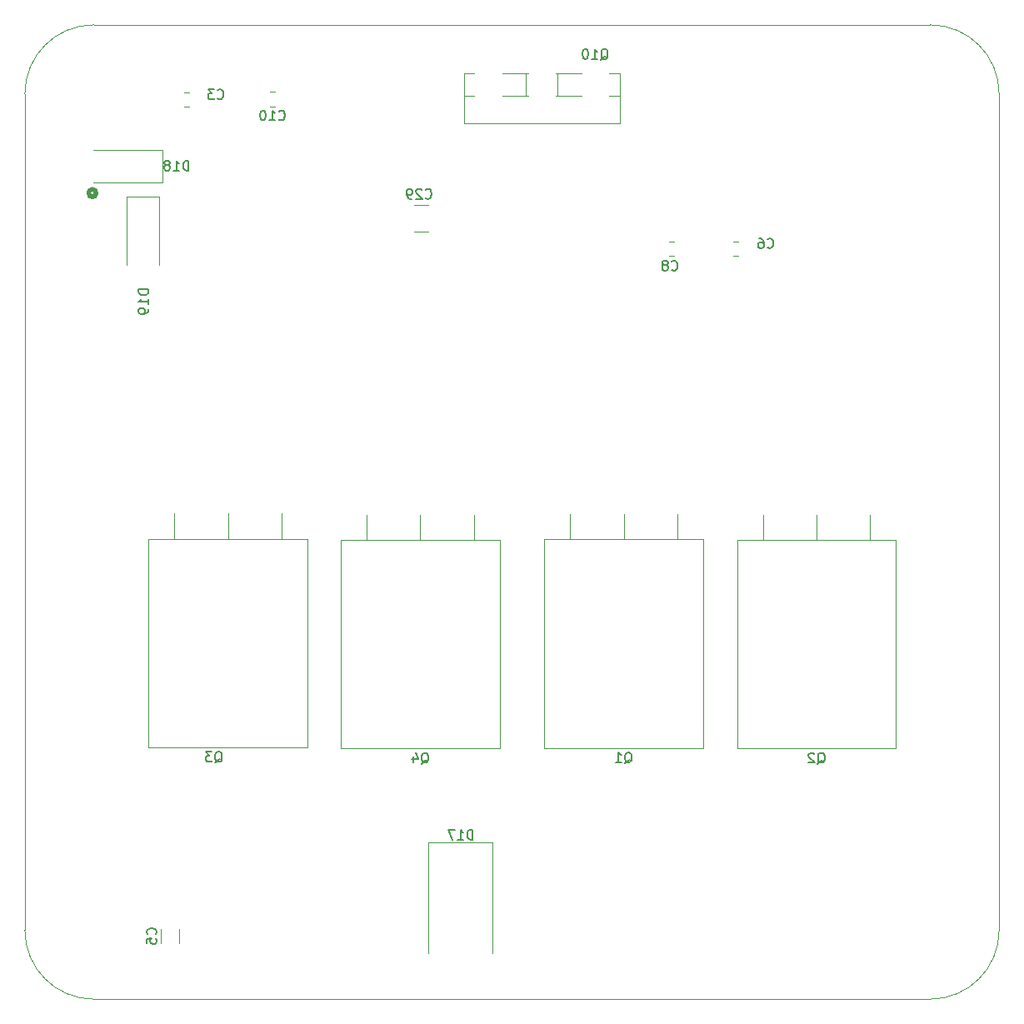
<source format=gbo>
G04 #@! TF.GenerationSoftware,KiCad,Pcbnew,7.0.7+dfsg-1*
G04 #@! TF.CreationDate,2024-09-28T12:23:03+02:00*
G04 #@! TF.ProjectId,evo-cube-pulseboard,65766f2d-6375-4626-952d-70756c736562,rev?*
G04 #@! TF.SameCoordinates,Original*
G04 #@! TF.FileFunction,Legend,Bot*
G04 #@! TF.FilePolarity,Positive*
%FSLAX46Y46*%
G04 Gerber Fmt 4.6, Leading zero omitted, Abs format (unit mm)*
G04 Created by KiCad (PCBNEW 7.0.7+dfsg-1) date 2024-09-28 12:23:03*
%MOMM*%
%LPD*%
G01*
G04 APERTURE LIST*
%ADD10C,0.150000*%
%ADD11C,0.508000*%
%ADD12C,0.120000*%
G04 #@! TA.AperFunction,Profile*
%ADD13C,0.100000*%
G04 #@! TD*
G04 APERTURE END LIST*
D10*
X68117885Y-107775619D02*
X68117885Y-106775619D01*
X68117885Y-106775619D02*
X67879790Y-106775619D01*
X67879790Y-106775619D02*
X67736933Y-106823238D01*
X67736933Y-106823238D02*
X67641695Y-106918476D01*
X67641695Y-106918476D02*
X67594076Y-107013714D01*
X67594076Y-107013714D02*
X67546457Y-107204190D01*
X67546457Y-107204190D02*
X67546457Y-107347047D01*
X67546457Y-107347047D02*
X67594076Y-107537523D01*
X67594076Y-107537523D02*
X67641695Y-107632761D01*
X67641695Y-107632761D02*
X67736933Y-107728000D01*
X67736933Y-107728000D02*
X67879790Y-107775619D01*
X67879790Y-107775619D02*
X68117885Y-107775619D01*
X66594076Y-107775619D02*
X67165504Y-107775619D01*
X66879790Y-107775619D02*
X66879790Y-106775619D01*
X66879790Y-106775619D02*
X66975028Y-106918476D01*
X66975028Y-106918476D02*
X67070266Y-107013714D01*
X67070266Y-107013714D02*
X67165504Y-107061333D01*
X66260742Y-106775619D02*
X65594076Y-106775619D01*
X65594076Y-106775619D02*
X66022647Y-107775619D01*
X98050666Y-47603580D02*
X98098285Y-47651200D01*
X98098285Y-47651200D02*
X98241142Y-47698819D01*
X98241142Y-47698819D02*
X98336380Y-47698819D01*
X98336380Y-47698819D02*
X98479237Y-47651200D01*
X98479237Y-47651200D02*
X98574475Y-47555961D01*
X98574475Y-47555961D02*
X98622094Y-47460723D01*
X98622094Y-47460723D02*
X98669713Y-47270247D01*
X98669713Y-47270247D02*
X98669713Y-47127390D01*
X98669713Y-47127390D02*
X98622094Y-46936914D01*
X98622094Y-46936914D02*
X98574475Y-46841676D01*
X98574475Y-46841676D02*
X98479237Y-46746438D01*
X98479237Y-46746438D02*
X98336380Y-46698819D01*
X98336380Y-46698819D02*
X98241142Y-46698819D01*
X98241142Y-46698819D02*
X98098285Y-46746438D01*
X98098285Y-46746438D02*
X98050666Y-46794057D01*
X97193523Y-46698819D02*
X97383999Y-46698819D01*
X97383999Y-46698819D02*
X97479237Y-46746438D01*
X97479237Y-46746438D02*
X97526856Y-46794057D01*
X97526856Y-46794057D02*
X97622094Y-46936914D01*
X97622094Y-46936914D02*
X97669713Y-47127390D01*
X97669713Y-47127390D02*
X97669713Y-47508342D01*
X97669713Y-47508342D02*
X97622094Y-47603580D01*
X97622094Y-47603580D02*
X97574475Y-47651200D01*
X97574475Y-47651200D02*
X97479237Y-47698819D01*
X97479237Y-47698819D02*
X97288761Y-47698819D01*
X97288761Y-47698819D02*
X97193523Y-47651200D01*
X97193523Y-47651200D02*
X97145904Y-47603580D01*
X97145904Y-47603580D02*
X97098285Y-47508342D01*
X97098285Y-47508342D02*
X97098285Y-47270247D01*
X97098285Y-47270247D02*
X97145904Y-47175009D01*
X97145904Y-47175009D02*
X97193523Y-47127390D01*
X97193523Y-47127390D02*
X97288761Y-47079771D01*
X97288761Y-47079771D02*
X97479237Y-47079771D01*
X97479237Y-47079771D02*
X97574475Y-47127390D01*
X97574475Y-47127390D02*
X97622094Y-47175009D01*
X97622094Y-47175009D02*
X97669713Y-47270247D01*
X41900238Y-99969257D02*
X41995476Y-99921638D01*
X41995476Y-99921638D02*
X42090714Y-99826400D01*
X42090714Y-99826400D02*
X42233571Y-99683542D01*
X42233571Y-99683542D02*
X42328809Y-99635923D01*
X42328809Y-99635923D02*
X42424047Y-99635923D01*
X42376428Y-99874019D02*
X42471666Y-99826400D01*
X42471666Y-99826400D02*
X42566904Y-99731161D01*
X42566904Y-99731161D02*
X42614523Y-99540685D01*
X42614523Y-99540685D02*
X42614523Y-99207352D01*
X42614523Y-99207352D02*
X42566904Y-99016876D01*
X42566904Y-99016876D02*
X42471666Y-98921638D01*
X42471666Y-98921638D02*
X42376428Y-98874019D01*
X42376428Y-98874019D02*
X42185952Y-98874019D01*
X42185952Y-98874019D02*
X42090714Y-98921638D01*
X42090714Y-98921638D02*
X41995476Y-99016876D01*
X41995476Y-99016876D02*
X41947857Y-99207352D01*
X41947857Y-99207352D02*
X41947857Y-99540685D01*
X41947857Y-99540685D02*
X41995476Y-99731161D01*
X41995476Y-99731161D02*
X42090714Y-99826400D01*
X42090714Y-99826400D02*
X42185952Y-99874019D01*
X42185952Y-99874019D02*
X42376428Y-99874019D01*
X41614523Y-98874019D02*
X40995476Y-98874019D01*
X40995476Y-98874019D02*
X41328809Y-99254971D01*
X41328809Y-99254971D02*
X41185952Y-99254971D01*
X41185952Y-99254971D02*
X41090714Y-99302590D01*
X41090714Y-99302590D02*
X41043095Y-99350209D01*
X41043095Y-99350209D02*
X40995476Y-99445447D01*
X40995476Y-99445447D02*
X40995476Y-99683542D01*
X40995476Y-99683542D02*
X41043095Y-99778780D01*
X41043095Y-99778780D02*
X41090714Y-99826400D01*
X41090714Y-99826400D02*
X41185952Y-99874019D01*
X41185952Y-99874019D02*
X41471666Y-99874019D01*
X41471666Y-99874019D02*
X41566904Y-99826400D01*
X41566904Y-99826400D02*
X41614523Y-99778780D01*
X63304657Y-42574380D02*
X63352276Y-42622000D01*
X63352276Y-42622000D02*
X63495133Y-42669619D01*
X63495133Y-42669619D02*
X63590371Y-42669619D01*
X63590371Y-42669619D02*
X63733228Y-42622000D01*
X63733228Y-42622000D02*
X63828466Y-42526761D01*
X63828466Y-42526761D02*
X63876085Y-42431523D01*
X63876085Y-42431523D02*
X63923704Y-42241047D01*
X63923704Y-42241047D02*
X63923704Y-42098190D01*
X63923704Y-42098190D02*
X63876085Y-41907714D01*
X63876085Y-41907714D02*
X63828466Y-41812476D01*
X63828466Y-41812476D02*
X63733228Y-41717238D01*
X63733228Y-41717238D02*
X63590371Y-41669619D01*
X63590371Y-41669619D02*
X63495133Y-41669619D01*
X63495133Y-41669619D02*
X63352276Y-41717238D01*
X63352276Y-41717238D02*
X63304657Y-41764857D01*
X62923704Y-41764857D02*
X62876085Y-41717238D01*
X62876085Y-41717238D02*
X62780847Y-41669619D01*
X62780847Y-41669619D02*
X62542752Y-41669619D01*
X62542752Y-41669619D02*
X62447514Y-41717238D01*
X62447514Y-41717238D02*
X62399895Y-41764857D01*
X62399895Y-41764857D02*
X62352276Y-41860095D01*
X62352276Y-41860095D02*
X62352276Y-41955333D01*
X62352276Y-41955333D02*
X62399895Y-42098190D01*
X62399895Y-42098190D02*
X62971323Y-42669619D01*
X62971323Y-42669619D02*
X62352276Y-42669619D01*
X61876085Y-42669619D02*
X61685609Y-42669619D01*
X61685609Y-42669619D02*
X61590371Y-42622000D01*
X61590371Y-42622000D02*
X61542752Y-42574380D01*
X61542752Y-42574380D02*
X61447514Y-42431523D01*
X61447514Y-42431523D02*
X61399895Y-42241047D01*
X61399895Y-42241047D02*
X61399895Y-41860095D01*
X61399895Y-41860095D02*
X61447514Y-41764857D01*
X61447514Y-41764857D02*
X61495133Y-41717238D01*
X61495133Y-41717238D02*
X61590371Y-41669619D01*
X61590371Y-41669619D02*
X61780847Y-41669619D01*
X61780847Y-41669619D02*
X61876085Y-41717238D01*
X61876085Y-41717238D02*
X61923704Y-41764857D01*
X61923704Y-41764857D02*
X61971323Y-41860095D01*
X61971323Y-41860095D02*
X61971323Y-42098190D01*
X61971323Y-42098190D02*
X61923704Y-42193428D01*
X61923704Y-42193428D02*
X61876085Y-42241047D01*
X61876085Y-42241047D02*
X61780847Y-42288666D01*
X61780847Y-42288666D02*
X61590371Y-42288666D01*
X61590371Y-42288666D02*
X61495133Y-42241047D01*
X61495133Y-42241047D02*
X61447514Y-42193428D01*
X61447514Y-42193428D02*
X61399895Y-42098190D01*
X35872980Y-117423033D02*
X35920600Y-117375414D01*
X35920600Y-117375414D02*
X35968219Y-117232557D01*
X35968219Y-117232557D02*
X35968219Y-117137319D01*
X35968219Y-117137319D02*
X35920600Y-116994462D01*
X35920600Y-116994462D02*
X35825361Y-116899224D01*
X35825361Y-116899224D02*
X35730123Y-116851605D01*
X35730123Y-116851605D02*
X35539647Y-116803986D01*
X35539647Y-116803986D02*
X35396790Y-116803986D01*
X35396790Y-116803986D02*
X35206314Y-116851605D01*
X35206314Y-116851605D02*
X35111076Y-116899224D01*
X35111076Y-116899224D02*
X35015838Y-116994462D01*
X35015838Y-116994462D02*
X34968219Y-117137319D01*
X34968219Y-117137319D02*
X34968219Y-117232557D01*
X34968219Y-117232557D02*
X35015838Y-117375414D01*
X35015838Y-117375414D02*
X35063457Y-117423033D01*
X34968219Y-118327795D02*
X34968219Y-117851605D01*
X34968219Y-117851605D02*
X35444409Y-117803986D01*
X35444409Y-117803986D02*
X35396790Y-117851605D01*
X35396790Y-117851605D02*
X35349171Y-117946843D01*
X35349171Y-117946843D02*
X35349171Y-118184938D01*
X35349171Y-118184938D02*
X35396790Y-118280176D01*
X35396790Y-118280176D02*
X35444409Y-118327795D01*
X35444409Y-118327795D02*
X35539647Y-118375414D01*
X35539647Y-118375414D02*
X35777742Y-118375414D01*
X35777742Y-118375414D02*
X35872980Y-118327795D01*
X35872980Y-118327795D02*
X35920600Y-118280176D01*
X35920600Y-118280176D02*
X35968219Y-118184938D01*
X35968219Y-118184938D02*
X35968219Y-117946843D01*
X35968219Y-117946843D02*
X35920600Y-117851605D01*
X35920600Y-117851605D02*
X35872980Y-117803986D01*
X35151219Y-51886314D02*
X34151219Y-51886314D01*
X34151219Y-51886314D02*
X34151219Y-52124409D01*
X34151219Y-52124409D02*
X34198838Y-52267266D01*
X34198838Y-52267266D02*
X34294076Y-52362504D01*
X34294076Y-52362504D02*
X34389314Y-52410123D01*
X34389314Y-52410123D02*
X34579790Y-52457742D01*
X34579790Y-52457742D02*
X34722647Y-52457742D01*
X34722647Y-52457742D02*
X34913123Y-52410123D01*
X34913123Y-52410123D02*
X35008361Y-52362504D01*
X35008361Y-52362504D02*
X35103600Y-52267266D01*
X35103600Y-52267266D02*
X35151219Y-52124409D01*
X35151219Y-52124409D02*
X35151219Y-51886314D01*
X35151219Y-53410123D02*
X35151219Y-52838695D01*
X35151219Y-53124409D02*
X34151219Y-53124409D01*
X34151219Y-53124409D02*
X34294076Y-53029171D01*
X34294076Y-53029171D02*
X34389314Y-52933933D01*
X34389314Y-52933933D02*
X34436933Y-52838695D01*
X35151219Y-53886314D02*
X35151219Y-54076790D01*
X35151219Y-54076790D02*
X35103600Y-54172028D01*
X35103600Y-54172028D02*
X35055980Y-54219647D01*
X35055980Y-54219647D02*
X34913123Y-54314885D01*
X34913123Y-54314885D02*
X34722647Y-54362504D01*
X34722647Y-54362504D02*
X34341695Y-54362504D01*
X34341695Y-54362504D02*
X34246457Y-54314885D01*
X34246457Y-54314885D02*
X34198838Y-54267266D01*
X34198838Y-54267266D02*
X34151219Y-54172028D01*
X34151219Y-54172028D02*
X34151219Y-53981552D01*
X34151219Y-53981552D02*
X34198838Y-53886314D01*
X34198838Y-53886314D02*
X34246457Y-53838695D01*
X34246457Y-53838695D02*
X34341695Y-53791076D01*
X34341695Y-53791076D02*
X34579790Y-53791076D01*
X34579790Y-53791076D02*
X34675028Y-53838695D01*
X34675028Y-53838695D02*
X34722647Y-53886314D01*
X34722647Y-53886314D02*
X34770266Y-53981552D01*
X34770266Y-53981552D02*
X34770266Y-54172028D01*
X34770266Y-54172028D02*
X34722647Y-54267266D01*
X34722647Y-54267266D02*
X34675028Y-54314885D01*
X34675028Y-54314885D02*
X34579790Y-54362504D01*
X81114828Y-28554457D02*
X81210066Y-28506838D01*
X81210066Y-28506838D02*
X81305304Y-28411600D01*
X81305304Y-28411600D02*
X81448161Y-28268742D01*
X81448161Y-28268742D02*
X81543399Y-28221123D01*
X81543399Y-28221123D02*
X81638637Y-28221123D01*
X81591018Y-28459219D02*
X81686256Y-28411600D01*
X81686256Y-28411600D02*
X81781494Y-28316361D01*
X81781494Y-28316361D02*
X81829113Y-28125885D01*
X81829113Y-28125885D02*
X81829113Y-27792552D01*
X81829113Y-27792552D02*
X81781494Y-27602076D01*
X81781494Y-27602076D02*
X81686256Y-27506838D01*
X81686256Y-27506838D02*
X81591018Y-27459219D01*
X81591018Y-27459219D02*
X81400542Y-27459219D01*
X81400542Y-27459219D02*
X81305304Y-27506838D01*
X81305304Y-27506838D02*
X81210066Y-27602076D01*
X81210066Y-27602076D02*
X81162447Y-27792552D01*
X81162447Y-27792552D02*
X81162447Y-28125885D01*
X81162447Y-28125885D02*
X81210066Y-28316361D01*
X81210066Y-28316361D02*
X81305304Y-28411600D01*
X81305304Y-28411600D02*
X81400542Y-28459219D01*
X81400542Y-28459219D02*
X81591018Y-28459219D01*
X80210066Y-28459219D02*
X80781494Y-28459219D01*
X80495780Y-28459219D02*
X80495780Y-27459219D01*
X80495780Y-27459219D02*
X80591018Y-27602076D01*
X80591018Y-27602076D02*
X80686256Y-27697314D01*
X80686256Y-27697314D02*
X80781494Y-27744933D01*
X79591018Y-27459219D02*
X79495780Y-27459219D01*
X79495780Y-27459219D02*
X79400542Y-27506838D01*
X79400542Y-27506838D02*
X79352923Y-27554457D01*
X79352923Y-27554457D02*
X79305304Y-27649695D01*
X79305304Y-27649695D02*
X79257685Y-27840171D01*
X79257685Y-27840171D02*
X79257685Y-28078266D01*
X79257685Y-28078266D02*
X79305304Y-28268742D01*
X79305304Y-28268742D02*
X79352923Y-28363980D01*
X79352923Y-28363980D02*
X79400542Y-28411600D01*
X79400542Y-28411600D02*
X79495780Y-28459219D01*
X79495780Y-28459219D02*
X79591018Y-28459219D01*
X79591018Y-28459219D02*
X79686256Y-28411600D01*
X79686256Y-28411600D02*
X79733875Y-28363980D01*
X79733875Y-28363980D02*
X79781494Y-28268742D01*
X79781494Y-28268742D02*
X79829113Y-28078266D01*
X79829113Y-28078266D02*
X79829113Y-27840171D01*
X79829113Y-27840171D02*
X79781494Y-27649695D01*
X79781494Y-27649695D02*
X79733875Y-27554457D01*
X79733875Y-27554457D02*
X79686256Y-27506838D01*
X79686256Y-27506838D02*
X79591018Y-27459219D01*
X103137188Y-100070857D02*
X103232426Y-100023238D01*
X103232426Y-100023238D02*
X103327664Y-99928000D01*
X103327664Y-99928000D02*
X103470521Y-99785142D01*
X103470521Y-99785142D02*
X103565759Y-99737523D01*
X103565759Y-99737523D02*
X103660997Y-99737523D01*
X103613378Y-99975619D02*
X103708616Y-99928000D01*
X103708616Y-99928000D02*
X103803854Y-99832761D01*
X103803854Y-99832761D02*
X103851473Y-99642285D01*
X103851473Y-99642285D02*
X103851473Y-99308952D01*
X103851473Y-99308952D02*
X103803854Y-99118476D01*
X103803854Y-99118476D02*
X103708616Y-99023238D01*
X103708616Y-99023238D02*
X103613378Y-98975619D01*
X103613378Y-98975619D02*
X103422902Y-98975619D01*
X103422902Y-98975619D02*
X103327664Y-99023238D01*
X103327664Y-99023238D02*
X103232426Y-99118476D01*
X103232426Y-99118476D02*
X103184807Y-99308952D01*
X103184807Y-99308952D02*
X103184807Y-99642285D01*
X103184807Y-99642285D02*
X103232426Y-99832761D01*
X103232426Y-99832761D02*
X103327664Y-99928000D01*
X103327664Y-99928000D02*
X103422902Y-99975619D01*
X103422902Y-99975619D02*
X103613378Y-99975619D01*
X102803854Y-99070857D02*
X102756235Y-99023238D01*
X102756235Y-99023238D02*
X102660997Y-98975619D01*
X102660997Y-98975619D02*
X102422902Y-98975619D01*
X102422902Y-98975619D02*
X102327664Y-99023238D01*
X102327664Y-99023238D02*
X102280045Y-99070857D01*
X102280045Y-99070857D02*
X102232426Y-99166095D01*
X102232426Y-99166095D02*
X102232426Y-99261333D01*
X102232426Y-99261333D02*
X102280045Y-99404190D01*
X102280045Y-99404190D02*
X102851473Y-99975619D01*
X102851473Y-99975619D02*
X102232426Y-99975619D01*
X62874788Y-100070857D02*
X62970026Y-100023238D01*
X62970026Y-100023238D02*
X63065264Y-99928000D01*
X63065264Y-99928000D02*
X63208121Y-99785142D01*
X63208121Y-99785142D02*
X63303359Y-99737523D01*
X63303359Y-99737523D02*
X63398597Y-99737523D01*
X63350978Y-99975619D02*
X63446216Y-99928000D01*
X63446216Y-99928000D02*
X63541454Y-99832761D01*
X63541454Y-99832761D02*
X63589073Y-99642285D01*
X63589073Y-99642285D02*
X63589073Y-99308952D01*
X63589073Y-99308952D02*
X63541454Y-99118476D01*
X63541454Y-99118476D02*
X63446216Y-99023238D01*
X63446216Y-99023238D02*
X63350978Y-98975619D01*
X63350978Y-98975619D02*
X63160502Y-98975619D01*
X63160502Y-98975619D02*
X63065264Y-99023238D01*
X63065264Y-99023238D02*
X62970026Y-99118476D01*
X62970026Y-99118476D02*
X62922407Y-99308952D01*
X62922407Y-99308952D02*
X62922407Y-99642285D01*
X62922407Y-99642285D02*
X62970026Y-99832761D01*
X62970026Y-99832761D02*
X63065264Y-99928000D01*
X63065264Y-99928000D02*
X63160502Y-99975619D01*
X63160502Y-99975619D02*
X63350978Y-99975619D01*
X62065264Y-99308952D02*
X62065264Y-99975619D01*
X62303359Y-98928000D02*
X62541454Y-99642285D01*
X62541454Y-99642285D02*
X61922407Y-99642285D01*
X42178266Y-32465180D02*
X42225885Y-32512800D01*
X42225885Y-32512800D02*
X42368742Y-32560419D01*
X42368742Y-32560419D02*
X42463980Y-32560419D01*
X42463980Y-32560419D02*
X42606837Y-32512800D01*
X42606837Y-32512800D02*
X42702075Y-32417561D01*
X42702075Y-32417561D02*
X42749694Y-32322323D01*
X42749694Y-32322323D02*
X42797313Y-32131847D01*
X42797313Y-32131847D02*
X42797313Y-31988990D01*
X42797313Y-31988990D02*
X42749694Y-31798514D01*
X42749694Y-31798514D02*
X42702075Y-31703276D01*
X42702075Y-31703276D02*
X42606837Y-31608038D01*
X42606837Y-31608038D02*
X42463980Y-31560419D01*
X42463980Y-31560419D02*
X42368742Y-31560419D01*
X42368742Y-31560419D02*
X42225885Y-31608038D01*
X42225885Y-31608038D02*
X42178266Y-31655657D01*
X41844932Y-31560419D02*
X41225885Y-31560419D01*
X41225885Y-31560419D02*
X41559218Y-31941371D01*
X41559218Y-31941371D02*
X41416361Y-31941371D01*
X41416361Y-31941371D02*
X41321123Y-31988990D01*
X41321123Y-31988990D02*
X41273504Y-32036609D01*
X41273504Y-32036609D02*
X41225885Y-32131847D01*
X41225885Y-32131847D02*
X41225885Y-32369942D01*
X41225885Y-32369942D02*
X41273504Y-32465180D01*
X41273504Y-32465180D02*
X41321123Y-32512800D01*
X41321123Y-32512800D02*
X41416361Y-32560419D01*
X41416361Y-32560419D02*
X41702075Y-32560419D01*
X41702075Y-32560419D02*
X41797313Y-32512800D01*
X41797313Y-32512800D02*
X41844932Y-32465180D01*
X39238085Y-39799419D02*
X39238085Y-38799419D01*
X39238085Y-38799419D02*
X38999990Y-38799419D01*
X38999990Y-38799419D02*
X38857133Y-38847038D01*
X38857133Y-38847038D02*
X38761895Y-38942276D01*
X38761895Y-38942276D02*
X38714276Y-39037514D01*
X38714276Y-39037514D02*
X38666657Y-39227990D01*
X38666657Y-39227990D02*
X38666657Y-39370847D01*
X38666657Y-39370847D02*
X38714276Y-39561323D01*
X38714276Y-39561323D02*
X38761895Y-39656561D01*
X38761895Y-39656561D02*
X38857133Y-39751800D01*
X38857133Y-39751800D02*
X38999990Y-39799419D01*
X38999990Y-39799419D02*
X39238085Y-39799419D01*
X37714276Y-39799419D02*
X38285704Y-39799419D01*
X37999990Y-39799419D02*
X37999990Y-38799419D01*
X37999990Y-38799419D02*
X38095228Y-38942276D01*
X38095228Y-38942276D02*
X38190466Y-39037514D01*
X38190466Y-39037514D02*
X38285704Y-39085133D01*
X37142847Y-39227990D02*
X37238085Y-39180371D01*
X37238085Y-39180371D02*
X37285704Y-39132752D01*
X37285704Y-39132752D02*
X37333323Y-39037514D01*
X37333323Y-39037514D02*
X37333323Y-38989895D01*
X37333323Y-38989895D02*
X37285704Y-38894657D01*
X37285704Y-38894657D02*
X37238085Y-38847038D01*
X37238085Y-38847038D02*
X37142847Y-38799419D01*
X37142847Y-38799419D02*
X36952371Y-38799419D01*
X36952371Y-38799419D02*
X36857133Y-38847038D01*
X36857133Y-38847038D02*
X36809514Y-38894657D01*
X36809514Y-38894657D02*
X36761895Y-38989895D01*
X36761895Y-38989895D02*
X36761895Y-39037514D01*
X36761895Y-39037514D02*
X36809514Y-39132752D01*
X36809514Y-39132752D02*
X36857133Y-39180371D01*
X36857133Y-39180371D02*
X36952371Y-39227990D01*
X36952371Y-39227990D02*
X37142847Y-39227990D01*
X37142847Y-39227990D02*
X37238085Y-39275609D01*
X37238085Y-39275609D02*
X37285704Y-39323228D01*
X37285704Y-39323228D02*
X37333323Y-39418466D01*
X37333323Y-39418466D02*
X37333323Y-39608942D01*
X37333323Y-39608942D02*
X37285704Y-39704180D01*
X37285704Y-39704180D02*
X37238085Y-39751800D01*
X37238085Y-39751800D02*
X37142847Y-39799419D01*
X37142847Y-39799419D02*
X36952371Y-39799419D01*
X36952371Y-39799419D02*
X36857133Y-39751800D01*
X36857133Y-39751800D02*
X36809514Y-39704180D01*
X36809514Y-39704180D02*
X36761895Y-39608942D01*
X36761895Y-39608942D02*
X36761895Y-39418466D01*
X36761895Y-39418466D02*
X36809514Y-39323228D01*
X36809514Y-39323228D02*
X36857133Y-39275609D01*
X36857133Y-39275609D02*
X36952371Y-39227990D01*
X48394857Y-34602380D02*
X48442476Y-34650000D01*
X48442476Y-34650000D02*
X48585333Y-34697619D01*
X48585333Y-34697619D02*
X48680571Y-34697619D01*
X48680571Y-34697619D02*
X48823428Y-34650000D01*
X48823428Y-34650000D02*
X48918666Y-34554761D01*
X48918666Y-34554761D02*
X48966285Y-34459523D01*
X48966285Y-34459523D02*
X49013904Y-34269047D01*
X49013904Y-34269047D02*
X49013904Y-34126190D01*
X49013904Y-34126190D02*
X48966285Y-33935714D01*
X48966285Y-33935714D02*
X48918666Y-33840476D01*
X48918666Y-33840476D02*
X48823428Y-33745238D01*
X48823428Y-33745238D02*
X48680571Y-33697619D01*
X48680571Y-33697619D02*
X48585333Y-33697619D01*
X48585333Y-33697619D02*
X48442476Y-33745238D01*
X48442476Y-33745238D02*
X48394857Y-33792857D01*
X47442476Y-34697619D02*
X48013904Y-34697619D01*
X47728190Y-34697619D02*
X47728190Y-33697619D01*
X47728190Y-33697619D02*
X47823428Y-33840476D01*
X47823428Y-33840476D02*
X47918666Y-33935714D01*
X47918666Y-33935714D02*
X48013904Y-33983333D01*
X46823428Y-33697619D02*
X46728190Y-33697619D01*
X46728190Y-33697619D02*
X46632952Y-33745238D01*
X46632952Y-33745238D02*
X46585333Y-33792857D01*
X46585333Y-33792857D02*
X46537714Y-33888095D01*
X46537714Y-33888095D02*
X46490095Y-34078571D01*
X46490095Y-34078571D02*
X46490095Y-34316666D01*
X46490095Y-34316666D02*
X46537714Y-34507142D01*
X46537714Y-34507142D02*
X46585333Y-34602380D01*
X46585333Y-34602380D02*
X46632952Y-34650000D01*
X46632952Y-34650000D02*
X46728190Y-34697619D01*
X46728190Y-34697619D02*
X46823428Y-34697619D01*
X46823428Y-34697619D02*
X46918666Y-34650000D01*
X46918666Y-34650000D02*
X46966285Y-34602380D01*
X46966285Y-34602380D02*
X47013904Y-34507142D01*
X47013904Y-34507142D02*
X47061523Y-34316666D01*
X47061523Y-34316666D02*
X47061523Y-34078571D01*
X47061523Y-34078571D02*
X47013904Y-33888095D01*
X47013904Y-33888095D02*
X46966285Y-33792857D01*
X46966285Y-33792857D02*
X46918666Y-33745238D01*
X46918666Y-33745238D02*
X46823428Y-33697619D01*
X88326166Y-49864180D02*
X88373785Y-49911800D01*
X88373785Y-49911800D02*
X88516642Y-49959419D01*
X88516642Y-49959419D02*
X88611880Y-49959419D01*
X88611880Y-49959419D02*
X88754737Y-49911800D01*
X88754737Y-49911800D02*
X88849975Y-49816561D01*
X88849975Y-49816561D02*
X88897594Y-49721323D01*
X88897594Y-49721323D02*
X88945213Y-49530847D01*
X88945213Y-49530847D02*
X88945213Y-49387990D01*
X88945213Y-49387990D02*
X88897594Y-49197514D01*
X88897594Y-49197514D02*
X88849975Y-49102276D01*
X88849975Y-49102276D02*
X88754737Y-49007038D01*
X88754737Y-49007038D02*
X88611880Y-48959419D01*
X88611880Y-48959419D02*
X88516642Y-48959419D01*
X88516642Y-48959419D02*
X88373785Y-49007038D01*
X88373785Y-49007038D02*
X88326166Y-49054657D01*
X87754737Y-49387990D02*
X87849975Y-49340371D01*
X87849975Y-49340371D02*
X87897594Y-49292752D01*
X87897594Y-49292752D02*
X87945213Y-49197514D01*
X87945213Y-49197514D02*
X87945213Y-49149895D01*
X87945213Y-49149895D02*
X87897594Y-49054657D01*
X87897594Y-49054657D02*
X87849975Y-49007038D01*
X87849975Y-49007038D02*
X87754737Y-48959419D01*
X87754737Y-48959419D02*
X87564261Y-48959419D01*
X87564261Y-48959419D02*
X87469023Y-49007038D01*
X87469023Y-49007038D02*
X87421404Y-49054657D01*
X87421404Y-49054657D02*
X87373785Y-49149895D01*
X87373785Y-49149895D02*
X87373785Y-49197514D01*
X87373785Y-49197514D02*
X87421404Y-49292752D01*
X87421404Y-49292752D02*
X87469023Y-49340371D01*
X87469023Y-49340371D02*
X87564261Y-49387990D01*
X87564261Y-49387990D02*
X87754737Y-49387990D01*
X87754737Y-49387990D02*
X87849975Y-49435609D01*
X87849975Y-49435609D02*
X87897594Y-49483228D01*
X87897594Y-49483228D02*
X87945213Y-49578466D01*
X87945213Y-49578466D02*
X87945213Y-49768942D01*
X87945213Y-49768942D02*
X87897594Y-49864180D01*
X87897594Y-49864180D02*
X87849975Y-49911800D01*
X87849975Y-49911800D02*
X87754737Y-49959419D01*
X87754737Y-49959419D02*
X87564261Y-49959419D01*
X87564261Y-49959419D02*
X87469023Y-49911800D01*
X87469023Y-49911800D02*
X87421404Y-49864180D01*
X87421404Y-49864180D02*
X87373785Y-49768942D01*
X87373785Y-49768942D02*
X87373785Y-49578466D01*
X87373785Y-49578466D02*
X87421404Y-49483228D01*
X87421404Y-49483228D02*
X87469023Y-49435609D01*
X87469023Y-49435609D02*
X87564261Y-49387990D01*
X83550388Y-100020057D02*
X83645626Y-99972438D01*
X83645626Y-99972438D02*
X83740864Y-99877200D01*
X83740864Y-99877200D02*
X83883721Y-99734342D01*
X83883721Y-99734342D02*
X83978959Y-99686723D01*
X83978959Y-99686723D02*
X84074197Y-99686723D01*
X84026578Y-99924819D02*
X84121816Y-99877200D01*
X84121816Y-99877200D02*
X84217054Y-99781961D01*
X84217054Y-99781961D02*
X84264673Y-99591485D01*
X84264673Y-99591485D02*
X84264673Y-99258152D01*
X84264673Y-99258152D02*
X84217054Y-99067676D01*
X84217054Y-99067676D02*
X84121816Y-98972438D01*
X84121816Y-98972438D02*
X84026578Y-98924819D01*
X84026578Y-98924819D02*
X83836102Y-98924819D01*
X83836102Y-98924819D02*
X83740864Y-98972438D01*
X83740864Y-98972438D02*
X83645626Y-99067676D01*
X83645626Y-99067676D02*
X83598007Y-99258152D01*
X83598007Y-99258152D02*
X83598007Y-99591485D01*
X83598007Y-99591485D02*
X83645626Y-99781961D01*
X83645626Y-99781961D02*
X83740864Y-99877200D01*
X83740864Y-99877200D02*
X83836102Y-99924819D01*
X83836102Y-99924819D02*
X84026578Y-99924819D01*
X82645626Y-99924819D02*
X83217054Y-99924819D01*
X82931340Y-99924819D02*
X82931340Y-98924819D01*
X82931340Y-98924819D02*
X83026578Y-99067676D01*
X83026578Y-99067676D02*
X83121816Y-99162914D01*
X83121816Y-99162914D02*
X83217054Y-99210533D01*
D11*
X29845000Y-42098600D02*
G75*
G03*
X29845000Y-42098600I-381000J0D01*
G01*
D12*
X70128200Y-108030800D02*
X63628200Y-108030800D01*
X70128200Y-108030800D02*
X70128200Y-119340800D01*
X63628200Y-108030800D02*
X63628200Y-119340800D01*
X95108752Y-48479000D02*
X94586248Y-48479000D01*
X95108752Y-47009000D02*
X94586248Y-47009000D01*
X51305950Y-98419200D02*
X35165950Y-98419200D01*
X51305950Y-77229200D02*
X51305950Y-98419200D01*
X51305950Y-77229200D02*
X35165950Y-77229200D01*
X48685950Y-74669200D02*
X48685950Y-77229200D01*
X43235950Y-74669200D02*
X43235950Y-77229200D01*
X37785950Y-74669200D02*
X37785950Y-77229200D01*
X35165950Y-77229200D02*
X35165950Y-98419200D01*
X62141448Y-43293200D02*
X63563952Y-43293200D01*
X62141448Y-46013200D02*
X63563952Y-46013200D01*
X38273400Y-116878448D02*
X38273400Y-118300952D01*
X36453400Y-116878448D02*
X36453400Y-118300952D01*
X36244800Y-42414600D02*
X36244800Y-49424600D01*
X32944800Y-42414600D02*
X36244800Y-42414600D01*
X32944800Y-42414600D02*
X32944800Y-49424600D01*
X83058200Y-35002200D02*
X67218200Y-35002200D01*
X83058200Y-32203200D02*
X81988200Y-32203200D01*
X83058200Y-29962200D02*
X83058200Y-35002200D01*
X83058200Y-29962200D02*
X81988200Y-29962200D01*
X79188200Y-32203200D02*
X76537200Y-32203200D01*
X79188200Y-29962200D02*
X76537200Y-29962200D01*
X76738200Y-29962200D02*
X76738200Y-32203200D01*
X73738200Y-32203200D02*
X71088200Y-32203200D01*
X73738200Y-29962200D02*
X71088200Y-29962200D01*
X73537200Y-29962200D02*
X73537200Y-32203200D01*
X68288200Y-32203200D02*
X67218200Y-32203200D01*
X68288200Y-29962200D02*
X67218200Y-29962200D01*
X67218200Y-29962200D02*
X67218200Y-35002200D01*
X111111950Y-98520800D02*
X94971950Y-98520800D01*
X111111950Y-77330800D02*
X111111950Y-98520800D01*
X111111950Y-77330800D02*
X94971950Y-77330800D01*
X108491950Y-74770800D02*
X108491950Y-77330800D01*
X103041950Y-74770800D02*
X103041950Y-77330800D01*
X97591950Y-74770800D02*
X97591950Y-77330800D01*
X94971950Y-77330800D02*
X94971950Y-98520800D01*
X70849550Y-98520800D02*
X54709550Y-98520800D01*
X70849550Y-77330800D02*
X70849550Y-98520800D01*
X70849550Y-77330800D02*
X54709550Y-77330800D01*
X68229550Y-74770800D02*
X68229550Y-77330800D01*
X62779550Y-74770800D02*
X62779550Y-77330800D01*
X57329550Y-74770800D02*
X57329550Y-77330800D01*
X54709550Y-77330800D02*
X54709550Y-98520800D01*
X39279552Y-33348600D02*
X38757048Y-33348600D01*
X39279552Y-31878600D02*
X38757048Y-31878600D01*
X36564800Y-41045400D02*
X29554800Y-41045400D01*
X36564800Y-37745400D02*
X36564800Y-41045400D01*
X36564800Y-37745400D02*
X29554800Y-37745400D01*
X47490748Y-31827800D02*
X48013252Y-31827800D01*
X47490748Y-33297800D02*
X48013252Y-33297800D01*
X88551652Y-48479000D02*
X88029148Y-48479000D01*
X88551652Y-47009000D02*
X88029148Y-47009000D01*
X91525150Y-98470000D02*
X75385150Y-98470000D01*
X91525150Y-77280000D02*
X91525150Y-98470000D01*
X91525150Y-77280000D02*
X75385150Y-77280000D01*
X88905150Y-74720000D02*
X88905150Y-77280000D01*
X83455150Y-74720000D02*
X83455150Y-77280000D01*
X78005150Y-74720000D02*
X78005150Y-77280000D01*
X75385150Y-77280000D02*
X75385150Y-98470000D01*
D13*
X121600000Y-67056000D02*
X121600000Y-117000000D01*
X22600000Y-117000000D02*
X22600000Y-32000000D01*
X29600000Y-25000000D02*
G75*
G03*
X22600000Y-32000000I0J-7000000D01*
G01*
X114600000Y-124000000D02*
G75*
G03*
X121600000Y-117000000I0J7000000D01*
G01*
X29600000Y-25000000D02*
X114600000Y-25000000D01*
X121600000Y-32000000D02*
X121600000Y-67056000D01*
X121600000Y-32000000D02*
G75*
G03*
X114600000Y-25000000I-7000000J0D01*
G01*
X22600000Y-117000000D02*
G75*
G03*
X29600000Y-124000000I7000000J0D01*
G01*
X114600000Y-124000000D02*
X29600000Y-124000000D01*
M02*

</source>
